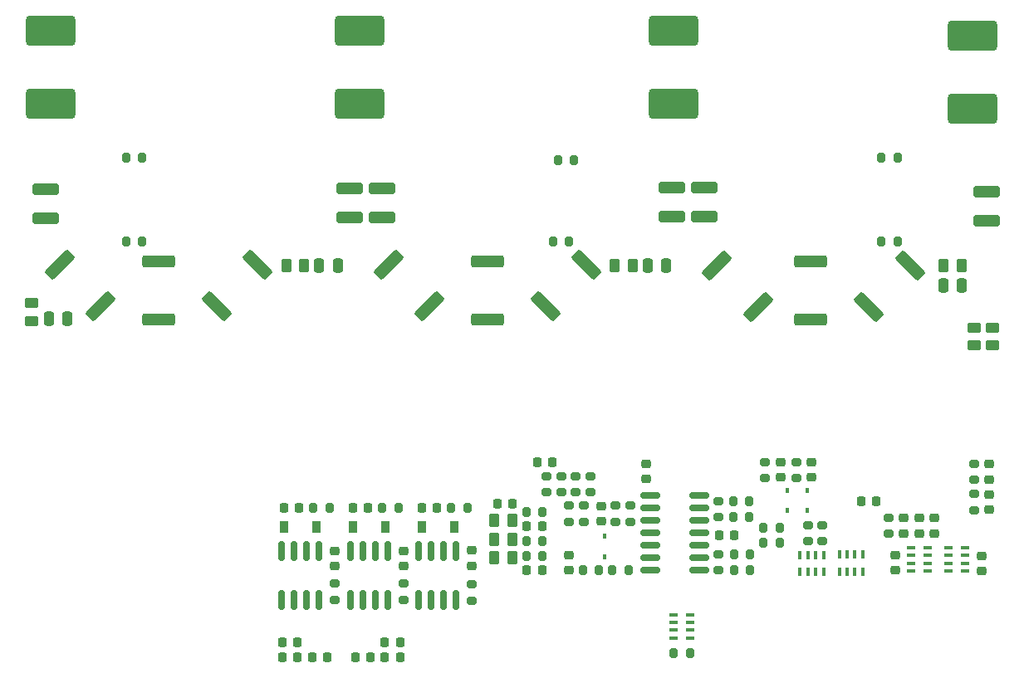
<source format=gbr>
%TF.GenerationSoftware,KiCad,Pcbnew,(6.0.4)*%
%TF.CreationDate,2022-07-25T23:44:37+01:00*%
%TF.ProjectId,CCC_ESC,4343435f-4553-4432-9e6b-696361645f70,rev?*%
%TF.SameCoordinates,Original*%
%TF.FileFunction,Paste,Top*%
%TF.FilePolarity,Positive*%
%FSLAX46Y46*%
G04 Gerber Fmt 4.6, Leading zero omitted, Abs format (unit mm)*
G04 Created by KiCad (PCBNEW (6.0.4)) date 2022-07-25 23:44:37*
%MOMM*%
%LPD*%
G01*
G04 APERTURE LIST*
G04 Aperture macros list*
%AMRoundRect*
0 Rectangle with rounded corners*
0 $1 Rounding radius*
0 $2 $3 $4 $5 $6 $7 $8 $9 X,Y pos of 4 corners*
0 Add a 4 corners polygon primitive as box body*
4,1,4,$2,$3,$4,$5,$6,$7,$8,$9,$2,$3,0*
0 Add four circle primitives for the rounded corners*
1,1,$1+$1,$2,$3*
1,1,$1+$1,$4,$5*
1,1,$1+$1,$6,$7*
1,1,$1+$1,$8,$9*
0 Add four rect primitives between the rounded corners*
20,1,$1+$1,$2,$3,$4,$5,0*
20,1,$1+$1,$4,$5,$6,$7,0*
20,1,$1+$1,$6,$7,$8,$9,0*
20,1,$1+$1,$8,$9,$2,$3,0*%
G04 Aperture macros list end*
%ADD10RoundRect,0.225000X0.225000X0.250000X-0.225000X0.250000X-0.225000X-0.250000X0.225000X-0.250000X0*%
%ADD11RoundRect,0.200000X0.275000X-0.200000X0.275000X0.200000X-0.275000X0.200000X-0.275000X-0.200000X0*%
%ADD12RoundRect,0.225000X-0.250000X0.225000X-0.250000X-0.225000X0.250000X-0.225000X0.250000X0.225000X0*%
%ADD13RoundRect,0.250000X0.751301X-1.263953X1.263953X-0.751301X-0.751301X1.263953X-1.263953X0.751301X0*%
%ADD14R,0.900000X1.200000*%
%ADD15RoundRect,0.250000X0.262500X0.450000X-0.262500X0.450000X-0.262500X-0.450000X0.262500X-0.450000X0*%
%ADD16RoundRect,0.300000X-2.200000X-1.200000X2.200000X-1.200000X2.200000X1.200000X-2.200000X1.200000X0*%
%ADD17RoundRect,0.250000X0.450000X-0.262500X0.450000X0.262500X-0.450000X0.262500X-0.450000X-0.262500X0*%
%ADD18R,0.450000X0.600000*%
%ADD19R,0.900000X0.400000*%
%ADD20RoundRect,0.200000X0.200000X0.275000X-0.200000X0.275000X-0.200000X-0.275000X0.200000X-0.275000X0*%
%ADD21RoundRect,0.200000X-0.200000X-0.275000X0.200000X-0.275000X0.200000X0.275000X-0.200000X0.275000X0*%
%ADD22RoundRect,0.250000X-1.100000X0.325000X-1.100000X-0.325000X1.100000X-0.325000X1.100000X0.325000X0*%
%ADD23RoundRect,0.250000X1.425000X-0.362500X1.425000X0.362500X-1.425000X0.362500X-1.425000X-0.362500X0*%
%ADD24RoundRect,0.200000X-0.275000X0.200000X-0.275000X-0.200000X0.275000X-0.200000X0.275000X0.200000X0*%
%ADD25RoundRect,0.225000X-0.225000X-0.250000X0.225000X-0.250000X0.225000X0.250000X-0.225000X0.250000X0*%
%ADD26RoundRect,0.225000X0.250000X-0.225000X0.250000X0.225000X-0.250000X0.225000X-0.250000X-0.225000X0*%
%ADD27RoundRect,0.250000X1.263953X0.751301X0.751301X1.263953X-1.263953X-0.751301X-0.751301X-1.263953X0*%
%ADD28RoundRect,0.250000X-0.250000X-0.475000X0.250000X-0.475000X0.250000X0.475000X-0.250000X0.475000X0*%
%ADD29R,0.400000X0.900000*%
%ADD30RoundRect,0.250000X0.250000X0.475000X-0.250000X0.475000X-0.250000X-0.475000X0.250000X-0.475000X0*%
%ADD31RoundRect,0.150000X0.825000X0.150000X-0.825000X0.150000X-0.825000X-0.150000X0.825000X-0.150000X0*%
%ADD32RoundRect,0.150000X0.150000X-0.825000X0.150000X0.825000X-0.150000X0.825000X-0.150000X-0.825000X0*%
G04 APERTURE END LIST*
D10*
%TO.C,C7*%
X104144000Y-101028260D03*
X102594000Y-101028260D03*
%TD*%
D11*
%TO.C,R33*%
X128969000Y-102653260D03*
X128969000Y-101003260D03*
%TD*%
D12*
%TO.C,C27*%
X88919000Y-110078260D03*
X88919000Y-111628260D03*
%TD*%
D13*
%TO.C,SHA2*%
X69905196Y-85094804D03*
X74094804Y-80905196D03*
%TD*%
D14*
%TO.C,D3*%
X90819000Y-107678260D03*
X94119000Y-107678260D03*
%TD*%
%TO.C,D1*%
X76769000Y-107678260D03*
X80069000Y-107678260D03*
%TD*%
D15*
%TO.C,R7*%
X100019000Y-108878260D03*
X98194000Y-108878260D03*
%TD*%
D16*
%TO.C,CX1*%
X53000000Y-64500000D03*
X53000000Y-57000000D03*
%TD*%
D17*
%TO.C,R3*%
X149000000Y-89112500D03*
X149000000Y-87287500D03*
%TD*%
D18*
%TO.C,D4*%
X109469000Y-110678260D03*
X109469000Y-108578260D03*
%TD*%
D16*
%TO.C,CX4*%
X147000000Y-65000000D03*
X147000000Y-57500000D03*
%TD*%
D19*
%TO.C,RN4*%
X146219000Y-112128260D03*
X146219000Y-111328260D03*
X146219000Y-110528260D03*
X146219000Y-109728260D03*
X144519000Y-109728260D03*
X144519000Y-110528260D03*
X144519000Y-111328260D03*
X144519000Y-112128260D03*
%TD*%
D20*
%TO.C,R36*%
X108894000Y-112028260D03*
X107244000Y-112028260D03*
%TD*%
D12*
%TO.C,C23*%
X127369000Y-101053260D03*
X127369000Y-102603260D03*
%TD*%
D13*
%TO.C,SHC1*%
X136405196Y-85189608D03*
X140594804Y-81000000D03*
%TD*%
D12*
%TO.C,C19*%
X148644000Y-101228260D03*
X148644000Y-102778260D03*
%TD*%
D14*
%TO.C,D2*%
X83769000Y-107678260D03*
X87069000Y-107678260D03*
%TD*%
D21*
%TO.C,R20*%
X122644000Y-112028260D03*
X124294000Y-112028260D03*
%TD*%
%TO.C,R23*%
X122544000Y-105028260D03*
X124194000Y-105028260D03*
%TD*%
D13*
%TO.C,SHB1*%
X103405196Y-85094804D03*
X107594804Y-80905196D03*
%TD*%
D20*
%TO.C,RG1*%
X81394000Y-105728260D03*
X79744000Y-105728260D03*
%TD*%
D22*
%TO.C,CX13*%
X83500000Y-73075000D03*
X83500000Y-76025000D03*
%TD*%
D23*
%TO.C,SHB2*%
X97500000Y-86462500D03*
X97500000Y-80537500D03*
%TD*%
D15*
%TO.C,RS3*%
X145842500Y-81000000D03*
X144017500Y-81000000D03*
%TD*%
D11*
%TO.C,R17*%
X105819000Y-107103260D03*
X105819000Y-105453260D03*
%TD*%
D24*
%TO.C,R35*%
X110570000Y-105445000D03*
X110570000Y-107095000D03*
%TD*%
D10*
%TO.C,C31*%
X100081500Y-105278260D03*
X98531500Y-105278260D03*
%TD*%
D11*
%TO.C,R27*%
X107319000Y-107103260D03*
X107319000Y-105453260D03*
%TD*%
%TO.C,R32*%
X112080000Y-107095000D03*
X112080000Y-105445000D03*
%TD*%
D23*
%TO.C,SHC3*%
X130450000Y-86475000D03*
X130450000Y-80550000D03*
%TD*%
D21*
%TO.C,R22*%
X122544000Y-106628260D03*
X124194000Y-106628260D03*
%TD*%
D25*
%TO.C,C29*%
X101531500Y-112078260D03*
X103081500Y-112078260D03*
%TD*%
D17*
%TO.C,R14*%
X147100000Y-89112500D03*
X147100000Y-87287500D03*
%TD*%
D19*
%TO.C,RN2*%
X118169000Y-118978260D03*
X118169000Y-118178260D03*
X118169000Y-117378260D03*
X118169000Y-116578260D03*
X116469000Y-116578260D03*
X116469000Y-117378260D03*
X116469000Y-118178260D03*
X116469000Y-118978260D03*
%TD*%
D26*
%TO.C,C6*%
X147869000Y-112153260D03*
X147869000Y-110603260D03*
%TD*%
D20*
%TO.C,R29*%
X111894000Y-112028260D03*
X110244000Y-112028260D03*
%TD*%
D11*
%TO.C,R34*%
X125769000Y-102653260D03*
X125769000Y-101003260D03*
%TD*%
D27*
%TO.C,SHA1*%
X58094804Y-85094804D03*
X53905196Y-80905196D03*
%TD*%
D12*
%TO.C,C18*%
X113719000Y-101203260D03*
X113719000Y-102753260D03*
%TD*%
D28*
%TO.C,CS3*%
X143990000Y-82970000D03*
X145890000Y-82970000D03*
%TD*%
D20*
%TO.C,R48*%
X62325000Y-78500000D03*
X60675000Y-78500000D03*
%TD*%
D25*
%TO.C,C10*%
X87044000Y-120928260D03*
X88594000Y-120928260D03*
%TD*%
D29*
%TO.C,RN3*%
X135769000Y-110478260D03*
X134969000Y-110478260D03*
X134169000Y-110478260D03*
X133369000Y-110478260D03*
X133369000Y-112178260D03*
X134169000Y-112178260D03*
X134969000Y-112178260D03*
X135769000Y-112178260D03*
%TD*%
D20*
%TO.C,R50*%
X105825000Y-78500000D03*
X104175000Y-78500000D03*
%TD*%
D11*
%TO.C,R16*%
X103519000Y-104103260D03*
X103519000Y-102453260D03*
%TD*%
%TO.C,R25*%
X106519000Y-104103260D03*
X106519000Y-102453260D03*
%TD*%
D18*
%TO.C,D5*%
X128069000Y-105978260D03*
X128069000Y-103878260D03*
%TD*%
D11*
%TO.C,R24*%
X105019000Y-104103260D03*
X105019000Y-102453260D03*
%TD*%
D15*
%TO.C,R5*%
X100019000Y-110778260D03*
X98194000Y-110778260D03*
%TD*%
D11*
%TO.C,R2*%
X131669000Y-109115760D03*
X131669000Y-107465760D03*
%TD*%
D19*
%TO.C,RN1*%
X140669000Y-109728260D03*
X140669000Y-110528260D03*
X140669000Y-111328260D03*
X140669000Y-112128260D03*
X142369000Y-112128260D03*
X142369000Y-111328260D03*
X142369000Y-110528260D03*
X142369000Y-109728260D03*
%TD*%
D11*
%TO.C,R31*%
X121069000Y-106653260D03*
X121069000Y-105003260D03*
%TD*%
D26*
%TO.C,C15*%
X141519000Y-108303260D03*
X141519000Y-106753260D03*
%TD*%
D23*
%TO.C,SHA3*%
X64000000Y-86462500D03*
X64000000Y-80537500D03*
%TD*%
D22*
%TO.C,CX14*%
X119600000Y-73025000D03*
X119600000Y-75975000D03*
%TD*%
D30*
%TO.C,CS1*%
X82250000Y-81000000D03*
X80350000Y-81000000D03*
%TD*%
D21*
%TO.C,R19*%
X122644000Y-110428260D03*
X124294000Y-110428260D03*
%TD*%
D20*
%TO.C,R6*%
X103131500Y-110578260D03*
X101481500Y-110578260D03*
%TD*%
D26*
%TO.C,C14*%
X139969000Y-108303260D03*
X139969000Y-106753260D03*
%TD*%
D24*
%TO.C,RG6*%
X95919000Y-113503260D03*
X95919000Y-115153260D03*
%TD*%
D25*
%TO.C,C20*%
X121094000Y-108528260D03*
X122644000Y-108528260D03*
%TD*%
D20*
%TO.C,R52*%
X139325000Y-78500000D03*
X137675000Y-78500000D03*
%TD*%
D26*
%TO.C,C17*%
X139069000Y-112053260D03*
X139069000Y-110503260D03*
%TD*%
D12*
%TO.C,C26*%
X81919000Y-110103260D03*
X81919000Y-111653260D03*
%TD*%
D25*
%TO.C,C30*%
X101531500Y-107578260D03*
X103081500Y-107578260D03*
%TD*%
D26*
%TO.C,C24*%
X109070000Y-107045000D03*
X109070000Y-105495000D03*
%TD*%
D11*
%TO.C,R15*%
X147144000Y-102828260D03*
X147144000Y-101178260D03*
%TD*%
D24*
%TO.C,R30*%
X121069000Y-110403260D03*
X121069000Y-112053260D03*
%TD*%
D26*
%TO.C,C25*%
X105819000Y-112053260D03*
X105819000Y-110503260D03*
%TD*%
D24*
%TO.C,R9*%
X130169000Y-107465760D03*
X130169000Y-109115760D03*
%TD*%
D25*
%TO.C,C3*%
X90794000Y-105728260D03*
X92344000Y-105728260D03*
%TD*%
D24*
%TO.C,RG4*%
X88919000Y-113403260D03*
X88919000Y-115053260D03*
%TD*%
D21*
%TO.C,R21*%
X125644000Y-107728260D03*
X127294000Y-107728260D03*
%TD*%
D18*
%TO.C,D6*%
X130069000Y-105978260D03*
X130069000Y-103878260D03*
%TD*%
D22*
%TO.C,CX12*%
X86750000Y-73075000D03*
X86750000Y-76025000D03*
%TD*%
D25*
%TO.C,C8*%
X87044000Y-119378260D03*
X88594000Y-119378260D03*
%TD*%
D22*
%TO.C,CX15*%
X116350000Y-73025000D03*
X116350000Y-75975000D03*
%TD*%
D20*
%TO.C,RG3*%
X88444000Y-105728260D03*
X86794000Y-105728260D03*
%TD*%
D25*
%TO.C,C1*%
X76744000Y-105728260D03*
X78294000Y-105728260D03*
%TD*%
%TO.C,C12*%
X79644000Y-120928260D03*
X81194000Y-120928260D03*
%TD*%
D15*
%TO.C,RS1*%
X78812500Y-81000000D03*
X76987500Y-81000000D03*
%TD*%
D21*
%TO.C,R49*%
X104675000Y-70200000D03*
X106325000Y-70200000D03*
%TD*%
D25*
%TO.C,C2*%
X83794000Y-105728260D03*
X85344000Y-105728260D03*
%TD*%
D11*
%TO.C,R26*%
X108019000Y-104115000D03*
X108019000Y-102465000D03*
%TD*%
D12*
%TO.C,C22*%
X130569000Y-101053260D03*
X130569000Y-102603260D03*
%TD*%
D28*
%TO.C,C5*%
X52800000Y-86400000D03*
X54700000Y-86400000D03*
%TD*%
D31*
%TO.C,U4*%
X119094000Y-112088260D03*
X119094000Y-110818260D03*
X119094000Y-109548260D03*
X119094000Y-108278260D03*
X119094000Y-107008260D03*
X119094000Y-105738260D03*
X119094000Y-104468260D03*
X114144000Y-104468260D03*
X114144000Y-105738260D03*
X114144000Y-107008260D03*
X114144000Y-108278260D03*
X114144000Y-109548260D03*
X114144000Y-110818260D03*
X114144000Y-112088260D03*
%TD*%
D20*
%TO.C,R11*%
X103131500Y-106078260D03*
X101481500Y-106078260D03*
%TD*%
D25*
%TO.C,C13*%
X76594000Y-120928260D03*
X78144000Y-120928260D03*
%TD*%
D16*
%TO.C,CX2*%
X84500000Y-64500000D03*
X84500000Y-57000000D03*
%TD*%
%TO.C,CX3*%
X116495000Y-64500000D03*
X116495000Y-57000000D03*
%TD*%
D21*
%TO.C,R18*%
X125644000Y-109228260D03*
X127294000Y-109228260D03*
%TD*%
D11*
%TO.C,R4*%
X147144000Y-105928260D03*
X147144000Y-104278260D03*
%TD*%
D20*
%TO.C,RG5*%
X95444000Y-105728260D03*
X93794000Y-105728260D03*
%TD*%
D12*
%TO.C,C28*%
X95919000Y-110053260D03*
X95919000Y-111603260D03*
%TD*%
D25*
%TO.C,C11*%
X76594000Y-119378260D03*
X78144000Y-119378260D03*
%TD*%
D26*
%TO.C,C16*%
X143069000Y-108303260D03*
X143069000Y-106753260D03*
%TD*%
D24*
%TO.C,RG2*%
X81919000Y-113403260D03*
X81919000Y-115053260D03*
%TD*%
D22*
%TO.C,CX11*%
X52450000Y-73175000D03*
X52450000Y-76125000D03*
%TD*%
D21*
%TO.C,R47*%
X60675000Y-70000000D03*
X62325000Y-70000000D03*
%TD*%
D24*
%TO.C,R12*%
X138419000Y-106703260D03*
X138419000Y-108353260D03*
%TD*%
D32*
%TO.C,U1*%
X76514000Y-115053260D03*
X77784000Y-115053260D03*
X79054000Y-115053260D03*
X80324000Y-115053260D03*
X80324000Y-110103260D03*
X79054000Y-110103260D03*
X77784000Y-110103260D03*
X76514000Y-110103260D03*
%TD*%
D27*
%TO.C,SHC2*%
X125094804Y-85189608D03*
X120905196Y-81000000D03*
%TD*%
D12*
%TO.C,C4*%
X148644000Y-104328260D03*
X148644000Y-105878260D03*
%TD*%
D32*
%TO.C,U2*%
X83514000Y-115053260D03*
X84784000Y-115053260D03*
X86054000Y-115053260D03*
X87324000Y-115053260D03*
X87324000Y-110103260D03*
X86054000Y-110103260D03*
X84784000Y-110103260D03*
X83514000Y-110103260D03*
%TD*%
D10*
%TO.C,C9*%
X85575000Y-120930000D03*
X84025000Y-120930000D03*
%TD*%
D22*
%TO.C,CX16*%
X148400000Y-73425000D03*
X148400000Y-76375000D03*
%TD*%
D29*
%TO.C,RN5*%
X129369000Y-112190760D03*
X130169000Y-112190760D03*
X130969000Y-112190760D03*
X131769000Y-112190760D03*
X131769000Y-110490760D03*
X130969000Y-110490760D03*
X130169000Y-110490760D03*
X129369000Y-110490760D03*
%TD*%
D21*
%TO.C,R51*%
X137675000Y-70000000D03*
X139325000Y-70000000D03*
%TD*%
D10*
%TO.C,C21*%
X137144000Y-105028260D03*
X135594000Y-105028260D03*
%TD*%
D30*
%TO.C,CS2*%
X115750000Y-81000000D03*
X113850000Y-81000000D03*
%TD*%
D17*
%TO.C,R1*%
X51000000Y-86612500D03*
X51000000Y-84787500D03*
%TD*%
D27*
%TO.C,SHB3*%
X91594804Y-85094804D03*
X87405196Y-80905196D03*
%TD*%
D15*
%TO.C,RS2*%
X112312500Y-81000000D03*
X110487500Y-81000000D03*
%TD*%
D32*
%TO.C,U3*%
X90514000Y-115053260D03*
X91784000Y-115053260D03*
X93054000Y-115053260D03*
X94324000Y-115053260D03*
X94324000Y-110103260D03*
X93054000Y-110103260D03*
X91784000Y-110103260D03*
X90514000Y-110103260D03*
%TD*%
D20*
%TO.C,R13*%
X118144000Y-120478260D03*
X116494000Y-120478260D03*
%TD*%
D15*
%TO.C,R10*%
X100019000Y-106978260D03*
X98194000Y-106978260D03*
%TD*%
D20*
%TO.C,R8*%
X103131500Y-109078260D03*
X101481500Y-109078260D03*
%TD*%
M02*

</source>
